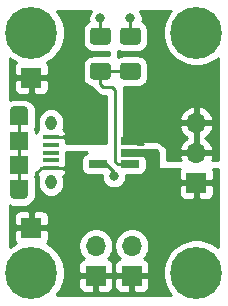
<source format=gbr>
%TF.GenerationSoftware,KiCad,Pcbnew,(5.1.8)-1*%
%TF.CreationDate,2021-01-16T14:03:11-05:00*%
%TF.ProjectId,electronics-li-ion-charger,656c6563-7472-46f6-9e69-63732d6c692d,rev?*%
%TF.SameCoordinates,Original*%
%TF.FileFunction,Copper,L1,Top*%
%TF.FilePolarity,Positive*%
%FSLAX46Y46*%
G04 Gerber Fmt 4.6, Leading zero omitted, Abs format (unit mm)*
G04 Created by KiCad (PCBNEW (5.1.8)-1) date 2021-01-16 14:03:11*
%MOMM*%
%LPD*%
G01*
G04 APERTURE LIST*
%TA.AperFunction,ComponentPad*%
%ADD10C,4.400000*%
%TD*%
%TA.AperFunction,SMDPad,CuDef*%
%ADD11R,1.560000X0.650000*%
%TD*%
%TA.AperFunction,ComponentPad*%
%ADD12O,1.700000X1.700000*%
%TD*%
%TA.AperFunction,ComponentPad*%
%ADD13R,1.700000X1.700000*%
%TD*%
%TA.AperFunction,ComponentPad*%
%ADD14O,1.550000X0.890000*%
%TD*%
%TA.AperFunction,SMDPad,CuDef*%
%ADD15R,1.550000X1.200000*%
%TD*%
%TA.AperFunction,SMDPad,CuDef*%
%ADD16R,1.550000X1.500000*%
%TD*%
%TA.AperFunction,ComponentPad*%
%ADD17O,0.950000X1.250000*%
%TD*%
%TA.AperFunction,SMDPad,CuDef*%
%ADD18R,1.350000X0.400000*%
%TD*%
%TA.AperFunction,ViaPad*%
%ADD19C,0.800000*%
%TD*%
%TA.AperFunction,Conductor*%
%ADD20C,0.250000*%
%TD*%
%TA.AperFunction,Conductor*%
%ADD21C,0.254000*%
%TD*%
%TA.AperFunction,Conductor*%
%ADD22C,0.100000*%
%TD*%
G04 APERTURE END LIST*
D10*
%TO.P,M2,1*%
%TO.N,N/C*%
X143510000Y-91440000D03*
%TD*%
%TO.P,M4,1*%
%TO.N,N/C*%
X143510000Y-111760000D03*
%TD*%
%TO.P,M3,1*%
%TO.N,N/C*%
X129540000Y-111760000D03*
%TD*%
%TO.P,M1,1*%
%TO.N,N/C*%
X129540000Y-91440000D03*
%TD*%
D11*
%TO.P,U1,5*%
%TO.N,PROG*%
X135175000Y-102550000D03*
%TO.P,U1,4*%
%TO.N,+5V*%
X135175000Y-100650000D03*
%TO.P,U1,3*%
%TO.N,/VBAT*%
X137875000Y-100650000D03*
%TO.P,U1,2*%
%TO.N,GND*%
X137875000Y-101600000D03*
%TO.P,U1,1*%
%TO.N,STAT*%
X137875000Y-102550000D03*
%TD*%
D12*
%TO.P,JP2,2*%
%TO.N,Net-(JP2-Pad2)*%
X135001000Y-109474000D03*
D13*
%TO.P,JP2,1*%
%TO.N,GND*%
X135001000Y-112014000D03*
%TD*%
D12*
%TO.P,JP1,2*%
%TO.N,Net-(JP1-Pad2)*%
X138049000Y-109474000D03*
D13*
%TO.P,JP1,1*%
%TO.N,GND*%
X138049000Y-112014000D03*
%TD*%
D12*
%TO.P,J4,3*%
%TO.N,/VBAT*%
X143510000Y-99060000D03*
%TO.P,J4,2*%
X143510000Y-101600000D03*
D13*
%TO.P,J4,1*%
%TO.N,GND*%
X143510000Y-104140000D03*
%TD*%
D14*
%TO.P,J3,6*%
%TO.N,Net-(J3-Pad6)*%
X128494000Y-105100000D03*
X128494000Y-98100000D03*
D15*
X128494000Y-104500000D03*
X128494000Y-98700000D03*
D16*
X128494000Y-102600000D03*
X128494000Y-100600000D03*
D17*
X131194000Y-104100000D03*
X131194000Y-99100000D03*
D18*
%TO.P,J3,5*%
%TO.N,GND*%
X131194000Y-102900000D03*
%TO.P,J3,4*%
%TO.N,Net-(J3-Pad4)*%
X131194000Y-102250000D03*
%TO.P,J3,3*%
%TO.N,Net-(J3-Pad3)*%
X131194000Y-101600000D03*
%TO.P,J3,2*%
%TO.N,Net-(J3-Pad2)*%
X131194000Y-100950000D03*
%TO.P,J3,1*%
%TO.N,+5V*%
X131194000Y-100300000D03*
%TD*%
D13*
%TO.P,J2,1*%
%TO.N,GND*%
X129540000Y-107950000D03*
%TD*%
%TO.P,J1,1*%
%TO.N,+5V*%
X129540000Y-95250000D03*
%TD*%
%TO.P,D3,2*%
%TO.N,STAT*%
%TA.AperFunction,SMDPad,CuDef*%
G36*
G01*
X137297000Y-93993000D02*
X138547000Y-93993000D01*
G75*
G02*
X138797000Y-94243000I0J-250000D01*
G01*
X138797000Y-95168000D01*
G75*
G02*
X138547000Y-95418000I-250000J0D01*
G01*
X137297000Y-95418000D01*
G75*
G02*
X137047000Y-95168000I0J250000D01*
G01*
X137047000Y-94243000D01*
G75*
G02*
X137297000Y-93993000I250000J0D01*
G01*
G37*
%TD.AperFunction*%
%TO.P,D3,1*%
%TO.N,Net-(D3-Pad1)*%
%TA.AperFunction,SMDPad,CuDef*%
G36*
G01*
X137297000Y-91018000D02*
X138547000Y-91018000D01*
G75*
G02*
X138797000Y-91268000I0J-250000D01*
G01*
X138797000Y-92193000D01*
G75*
G02*
X138547000Y-92443000I-250000J0D01*
G01*
X137297000Y-92443000D01*
G75*
G02*
X137047000Y-92193000I0J250000D01*
G01*
X137047000Y-91268000D01*
G75*
G02*
X137297000Y-91018000I250000J0D01*
G01*
G37*
%TD.AperFunction*%
%TD*%
%TO.P,D2,2*%
%TO.N,Net-(D2-Pad2)*%
%TA.AperFunction,SMDPad,CuDef*%
G36*
G01*
X136007000Y-92443000D02*
X134757000Y-92443000D01*
G75*
G02*
X134507000Y-92193000I0J250000D01*
G01*
X134507000Y-91268000D01*
G75*
G02*
X134757000Y-91018000I250000J0D01*
G01*
X136007000Y-91018000D01*
G75*
G02*
X136257000Y-91268000I0J-250000D01*
G01*
X136257000Y-92193000D01*
G75*
G02*
X136007000Y-92443000I-250000J0D01*
G01*
G37*
%TD.AperFunction*%
%TO.P,D2,1*%
%TO.N,STAT*%
%TA.AperFunction,SMDPad,CuDef*%
G36*
G01*
X136007000Y-95418000D02*
X134757000Y-95418000D01*
G75*
G02*
X134507000Y-95168000I0J250000D01*
G01*
X134507000Y-94243000D01*
G75*
G02*
X134757000Y-93993000I250000J0D01*
G01*
X136007000Y-93993000D01*
G75*
G02*
X136257000Y-94243000I0J-250000D01*
G01*
X136257000Y-95168000D01*
G75*
G02*
X136007000Y-95418000I-250000J0D01*
G01*
G37*
%TD.AperFunction*%
%TD*%
D19*
%TO.N,GND*%
X139776200Y-102044500D03*
%TO.N,+5V*%
X135382000Y-99161600D03*
%TO.N,PROG*%
X136525000Y-103593900D03*
%TO.N,/VBAT*%
X138188700Y-99161600D03*
%TO.N,Net-(D2-Pad2)*%
X135382000Y-90220800D03*
%TO.N,Net-(D3-Pad1)*%
X137922000Y-90220800D03*
%TD*%
D20*
%TO.N,GND*%
X137875000Y-101600000D02*
X139395200Y-101600000D01*
X131194000Y-102900000D02*
X130373600Y-102900000D01*
X130373600Y-102900000D02*
X129971800Y-103301800D01*
X131194000Y-102900000D02*
X132558000Y-102900000D01*
X137875000Y-101600000D02*
X138633200Y-101600000D01*
X137875000Y-101600000D02*
X138366500Y-101600000D01*
X138366500Y-101600000D02*
X138569700Y-101396800D01*
X138569700Y-101396800D02*
X140081000Y-101396800D01*
X140081000Y-101396800D02*
X140246100Y-101561900D01*
X137875000Y-101600000D02*
X138404600Y-101600000D01*
X138404600Y-101600000D02*
X138607800Y-101803200D01*
X138607800Y-101803200D02*
X139115800Y-101803200D01*
%TO.N,+5V*%
X131194000Y-100300000D02*
X132608800Y-100300000D01*
%TO.N,STAT*%
X137922000Y-94705500D02*
X135382000Y-94705500D01*
X136845000Y-102550000D02*
X137875000Y-102550000D01*
X136652000Y-102357000D02*
X136845000Y-102550000D01*
X136652000Y-96266000D02*
X136652000Y-102357000D01*
X136398000Y-96012000D02*
X136652000Y-96266000D01*
X135636000Y-96012000D02*
X136398000Y-96012000D01*
X135382000Y-95758000D02*
X135636000Y-96012000D01*
X135382000Y-94705500D02*
X135382000Y-95758000D01*
%TO.N,Net-(J3-Pad6)*%
X128494000Y-98700000D02*
X128494000Y-104500000D01*
%TO.N,PROG*%
X135175000Y-102550000D02*
X135860556Y-102550000D01*
X135873545Y-102550000D02*
X135175000Y-102550000D01*
X136525000Y-103201455D02*
X135873545Y-102550000D01*
X136525000Y-103593900D02*
X136525000Y-103201455D01*
%TO.N,/VBAT*%
X137875000Y-99475300D02*
X138188700Y-99161600D01*
X137875000Y-100650000D02*
X137875000Y-99475300D01*
X137875000Y-100650000D02*
X138343600Y-100650000D01*
X138343600Y-100650000D02*
X138544300Y-100850700D01*
X138544300Y-100850700D02*
X138988800Y-100850700D01*
%TO.N,Net-(D2-Pad2)*%
X135382000Y-91730500D02*
X135382000Y-90220800D01*
%TO.N,Net-(D3-Pad1)*%
X137922000Y-91730500D02*
X137922000Y-90144600D01*
%TD*%
D21*
%TO.N,GND*%
X140258811Y-102884378D02*
X140261579Y-102909120D01*
X140269120Y-102932847D01*
X140281145Y-102954647D01*
X140297192Y-102973681D01*
X140316644Y-102989220D01*
X140338754Y-103000665D01*
X140362672Y-103007576D01*
X140385535Y-103009700D01*
X142087909Y-103013246D01*
X142070498Y-103045820D01*
X142034188Y-103165518D01*
X142021928Y-103290000D01*
X142025000Y-103854250D01*
X142183750Y-104013000D01*
X143383000Y-104013000D01*
X143383000Y-103993000D01*
X143637000Y-103993000D01*
X143637000Y-104013000D01*
X144836250Y-104013000D01*
X144995000Y-103854250D01*
X144998072Y-103290000D01*
X144985812Y-103165518D01*
X144949502Y-103045820D01*
X144935261Y-103019178D01*
X145365001Y-103020074D01*
X145365001Y-109605706D01*
X145317207Y-109557912D01*
X144852876Y-109247656D01*
X144336939Y-109033948D01*
X143789223Y-108925000D01*
X143230777Y-108925000D01*
X142683061Y-109033948D01*
X142167124Y-109247656D01*
X141702793Y-109557912D01*
X141307912Y-109952793D01*
X140997656Y-110417124D01*
X140783948Y-110933061D01*
X140675000Y-111480777D01*
X140675000Y-112039223D01*
X140783948Y-112586939D01*
X140997656Y-113102876D01*
X141307912Y-113567207D01*
X141355705Y-113615000D01*
X131694295Y-113615000D01*
X131742088Y-113567207D01*
X132052344Y-113102876D01*
X132151289Y-112864000D01*
X133512928Y-112864000D01*
X133525188Y-112988482D01*
X133561498Y-113108180D01*
X133620463Y-113218494D01*
X133699815Y-113315185D01*
X133796506Y-113394537D01*
X133906820Y-113453502D01*
X134026518Y-113489812D01*
X134151000Y-113502072D01*
X134715250Y-113499000D01*
X134874000Y-113340250D01*
X134874000Y-112141000D01*
X135128000Y-112141000D01*
X135128000Y-113340250D01*
X135286750Y-113499000D01*
X135851000Y-113502072D01*
X135975482Y-113489812D01*
X136095180Y-113453502D01*
X136205494Y-113394537D01*
X136302185Y-113315185D01*
X136381537Y-113218494D01*
X136440502Y-113108180D01*
X136476812Y-112988482D01*
X136489072Y-112864000D01*
X136560928Y-112864000D01*
X136573188Y-112988482D01*
X136609498Y-113108180D01*
X136668463Y-113218494D01*
X136747815Y-113315185D01*
X136844506Y-113394537D01*
X136954820Y-113453502D01*
X137074518Y-113489812D01*
X137199000Y-113502072D01*
X137763250Y-113499000D01*
X137922000Y-113340250D01*
X137922000Y-112141000D01*
X138176000Y-112141000D01*
X138176000Y-113340250D01*
X138334750Y-113499000D01*
X138899000Y-113502072D01*
X139023482Y-113489812D01*
X139143180Y-113453502D01*
X139253494Y-113394537D01*
X139350185Y-113315185D01*
X139429537Y-113218494D01*
X139488502Y-113108180D01*
X139524812Y-112988482D01*
X139537072Y-112864000D01*
X139534000Y-112299750D01*
X139375250Y-112141000D01*
X138176000Y-112141000D01*
X137922000Y-112141000D01*
X136722750Y-112141000D01*
X136564000Y-112299750D01*
X136560928Y-112864000D01*
X136489072Y-112864000D01*
X136486000Y-112299750D01*
X136327250Y-112141000D01*
X135128000Y-112141000D01*
X134874000Y-112141000D01*
X133674750Y-112141000D01*
X133516000Y-112299750D01*
X133512928Y-112864000D01*
X132151289Y-112864000D01*
X132266052Y-112586939D01*
X132375000Y-112039223D01*
X132375000Y-111480777D01*
X132311989Y-111164000D01*
X133512928Y-111164000D01*
X133516000Y-111728250D01*
X133674750Y-111887000D01*
X134874000Y-111887000D01*
X134874000Y-111867000D01*
X135128000Y-111867000D01*
X135128000Y-111887000D01*
X136327250Y-111887000D01*
X136486000Y-111728250D01*
X136489072Y-111164000D01*
X136560928Y-111164000D01*
X136564000Y-111728250D01*
X136722750Y-111887000D01*
X137922000Y-111887000D01*
X137922000Y-111867000D01*
X138176000Y-111867000D01*
X138176000Y-111887000D01*
X139375250Y-111887000D01*
X139534000Y-111728250D01*
X139537072Y-111164000D01*
X139524812Y-111039518D01*
X139488502Y-110919820D01*
X139429537Y-110809506D01*
X139350185Y-110712815D01*
X139253494Y-110633463D01*
X139143180Y-110574498D01*
X139070620Y-110552487D01*
X139202475Y-110420632D01*
X139364990Y-110177411D01*
X139476932Y-109907158D01*
X139534000Y-109620260D01*
X139534000Y-109327740D01*
X139476932Y-109040842D01*
X139364990Y-108770589D01*
X139202475Y-108527368D01*
X138995632Y-108320525D01*
X138752411Y-108158010D01*
X138482158Y-108046068D01*
X138195260Y-107989000D01*
X137902740Y-107989000D01*
X137615842Y-108046068D01*
X137345589Y-108158010D01*
X137102368Y-108320525D01*
X136895525Y-108527368D01*
X136733010Y-108770589D01*
X136621068Y-109040842D01*
X136564000Y-109327740D01*
X136564000Y-109620260D01*
X136621068Y-109907158D01*
X136733010Y-110177411D01*
X136895525Y-110420632D01*
X137027380Y-110552487D01*
X136954820Y-110574498D01*
X136844506Y-110633463D01*
X136747815Y-110712815D01*
X136668463Y-110809506D01*
X136609498Y-110919820D01*
X136573188Y-111039518D01*
X136560928Y-111164000D01*
X136489072Y-111164000D01*
X136476812Y-111039518D01*
X136440502Y-110919820D01*
X136381537Y-110809506D01*
X136302185Y-110712815D01*
X136205494Y-110633463D01*
X136095180Y-110574498D01*
X136022620Y-110552487D01*
X136154475Y-110420632D01*
X136316990Y-110177411D01*
X136428932Y-109907158D01*
X136486000Y-109620260D01*
X136486000Y-109327740D01*
X136428932Y-109040842D01*
X136316990Y-108770589D01*
X136154475Y-108527368D01*
X135947632Y-108320525D01*
X135704411Y-108158010D01*
X135434158Y-108046068D01*
X135147260Y-107989000D01*
X134854740Y-107989000D01*
X134567842Y-108046068D01*
X134297589Y-108158010D01*
X134054368Y-108320525D01*
X133847525Y-108527368D01*
X133685010Y-108770589D01*
X133573068Y-109040842D01*
X133516000Y-109327740D01*
X133516000Y-109620260D01*
X133573068Y-109907158D01*
X133685010Y-110177411D01*
X133847525Y-110420632D01*
X133979380Y-110552487D01*
X133906820Y-110574498D01*
X133796506Y-110633463D01*
X133699815Y-110712815D01*
X133620463Y-110809506D01*
X133561498Y-110919820D01*
X133525188Y-111039518D01*
X133512928Y-111164000D01*
X132311989Y-111164000D01*
X132266052Y-110933061D01*
X132052344Y-110417124D01*
X131742088Y-109952793D01*
X131347207Y-109557912D01*
X130882876Y-109247656D01*
X130853923Y-109235663D01*
X130920537Y-109154494D01*
X130979502Y-109044180D01*
X131015812Y-108924482D01*
X131028072Y-108800000D01*
X131025000Y-108235750D01*
X130866250Y-108077000D01*
X129667000Y-108077000D01*
X129667000Y-108097000D01*
X129413000Y-108097000D01*
X129413000Y-108077000D01*
X128213750Y-108077000D01*
X128055000Y-108235750D01*
X128051928Y-108800000D01*
X128064188Y-108924482D01*
X128100498Y-109044180D01*
X128159463Y-109154494D01*
X128226077Y-109235663D01*
X128197124Y-109247656D01*
X127732793Y-109557912D01*
X127685000Y-109605705D01*
X127685000Y-107100000D01*
X128051928Y-107100000D01*
X128055000Y-107664250D01*
X128213750Y-107823000D01*
X129413000Y-107823000D01*
X129413000Y-106623750D01*
X129667000Y-106623750D01*
X129667000Y-107823000D01*
X130866250Y-107823000D01*
X131025000Y-107664250D01*
X131028072Y-107100000D01*
X131015812Y-106975518D01*
X130979502Y-106855820D01*
X130920537Y-106745506D01*
X130841185Y-106648815D01*
X130744494Y-106569463D01*
X130634180Y-106510498D01*
X130514482Y-106474188D01*
X130390000Y-106461928D01*
X129825750Y-106465000D01*
X129667000Y-106623750D01*
X129413000Y-106623750D01*
X129254250Y-106465000D01*
X128690000Y-106461928D01*
X128565518Y-106474188D01*
X128445820Y-106510498D01*
X128335506Y-106569463D01*
X128238815Y-106648815D01*
X128159463Y-106745506D01*
X128100498Y-106855820D01*
X128064188Y-106975518D01*
X128051928Y-107100000D01*
X127685000Y-107100000D01*
X127685000Y-106068568D01*
X127748702Y-106102617D01*
X127952283Y-106164373D01*
X128110949Y-106180000D01*
X128877051Y-106180000D01*
X129035717Y-106164373D01*
X129239298Y-106102617D01*
X129426919Y-106002332D01*
X129591370Y-105867370D01*
X129726332Y-105702919D01*
X129826617Y-105515298D01*
X129888373Y-105311717D01*
X129909225Y-105100000D01*
X129907072Y-105078140D01*
X129907072Y-103900000D01*
X129894812Y-103775518D01*
X129858502Y-103655820D01*
X129842028Y-103625000D01*
X129858502Y-103594180D01*
X129894812Y-103474482D01*
X129907072Y-103350000D01*
X129907072Y-103271286D01*
X129933479Y-103353576D01*
X129994200Y-103462933D01*
X130075088Y-103558343D01*
X130137761Y-103608122D01*
X130100062Y-103732402D01*
X130084000Y-103895479D01*
X130084000Y-104304520D01*
X130100062Y-104467597D01*
X130163532Y-104676833D01*
X130266604Y-104869666D01*
X130405314Y-105038686D01*
X130574334Y-105177396D01*
X130767166Y-105280468D01*
X130976402Y-105343938D01*
X131194000Y-105365370D01*
X131411597Y-105343938D01*
X131620833Y-105280468D01*
X131813666Y-105177396D01*
X131982686Y-105038686D01*
X132022641Y-104990000D01*
X142021928Y-104990000D01*
X142034188Y-105114482D01*
X142070498Y-105234180D01*
X142129463Y-105344494D01*
X142208815Y-105441185D01*
X142305506Y-105520537D01*
X142415820Y-105579502D01*
X142535518Y-105615812D01*
X142660000Y-105628072D01*
X143224250Y-105625000D01*
X143383000Y-105466250D01*
X143383000Y-104267000D01*
X143637000Y-104267000D01*
X143637000Y-105466250D01*
X143795750Y-105625000D01*
X144360000Y-105628072D01*
X144484482Y-105615812D01*
X144604180Y-105579502D01*
X144714494Y-105520537D01*
X144811185Y-105441185D01*
X144890537Y-105344494D01*
X144949502Y-105234180D01*
X144985812Y-105114482D01*
X144998072Y-104990000D01*
X144995000Y-104425750D01*
X144836250Y-104267000D01*
X143637000Y-104267000D01*
X143383000Y-104267000D01*
X142183750Y-104267000D01*
X142025000Y-104425750D01*
X142021928Y-104990000D01*
X132022641Y-104990000D01*
X132121396Y-104869666D01*
X132224468Y-104676834D01*
X132287938Y-104467598D01*
X132304000Y-104304521D01*
X132304000Y-103895480D01*
X132287938Y-103732403D01*
X132250238Y-103608122D01*
X132312912Y-103558343D01*
X132393800Y-103462933D01*
X132454521Y-103353576D01*
X132492741Y-103234474D01*
X132504000Y-103131750D01*
X132345250Y-102973000D01*
X132232678Y-102973000D01*
X132320185Y-102901185D01*
X132399537Y-102804494D01*
X132436032Y-102736218D01*
X132504000Y-102668250D01*
X132494012Y-102577120D01*
X132494812Y-102574482D01*
X132507072Y-102450000D01*
X132507072Y-102050000D01*
X132494812Y-101925518D01*
X132494655Y-101925000D01*
X132494812Y-101924482D01*
X132507072Y-101800000D01*
X132507072Y-101575415D01*
X134181761Y-101573888D01*
X134267841Y-101600000D01*
X134150820Y-101635498D01*
X134040506Y-101694463D01*
X133943815Y-101773815D01*
X133864463Y-101870506D01*
X133805498Y-101980820D01*
X133769188Y-102100518D01*
X133756928Y-102225000D01*
X133756928Y-102875000D01*
X133769188Y-102999482D01*
X133805498Y-103119180D01*
X133864463Y-103229494D01*
X133943815Y-103326185D01*
X134040506Y-103405537D01*
X134150820Y-103464502D01*
X134270518Y-103500812D01*
X134395000Y-103513072D01*
X135490000Y-103513072D01*
X135490000Y-103695839D01*
X135529774Y-103895798D01*
X135607795Y-104084156D01*
X135721063Y-104253674D01*
X135865226Y-104397837D01*
X136034744Y-104511105D01*
X136223102Y-104589126D01*
X136423061Y-104628900D01*
X136626939Y-104628900D01*
X136826898Y-104589126D01*
X137015256Y-104511105D01*
X137184774Y-104397837D01*
X137328937Y-104253674D01*
X137442205Y-104084156D01*
X137520226Y-103895798D01*
X137560000Y-103695839D01*
X137560000Y-103513072D01*
X138655000Y-103513072D01*
X138779482Y-103500812D01*
X138899180Y-103464502D01*
X139009494Y-103405537D01*
X139106185Y-103326185D01*
X139185537Y-103229494D01*
X139244502Y-103119180D01*
X139280812Y-102999482D01*
X139293072Y-102875000D01*
X139293072Y-102225000D01*
X139280812Y-102100518D01*
X139244502Y-101980820D01*
X139185537Y-101870506D01*
X139106185Y-101773815D01*
X139009494Y-101694463D01*
X138899180Y-101635498D01*
X138817432Y-101610700D01*
X139026133Y-101610700D01*
X139137786Y-101599703D01*
X139238083Y-101569279D01*
X140241419Y-101568364D01*
X140258811Y-102884378D01*
%TA.AperFunction,Conductor*%
D22*
G36*
X140258811Y-102884378D02*
G01*
X140261579Y-102909120D01*
X140269120Y-102932847D01*
X140281145Y-102954647D01*
X140297192Y-102973681D01*
X140316644Y-102989220D01*
X140338754Y-103000665D01*
X140362672Y-103007576D01*
X140385535Y-103009700D01*
X142087909Y-103013246D01*
X142070498Y-103045820D01*
X142034188Y-103165518D01*
X142021928Y-103290000D01*
X142025000Y-103854250D01*
X142183750Y-104013000D01*
X143383000Y-104013000D01*
X143383000Y-103993000D01*
X143637000Y-103993000D01*
X143637000Y-104013000D01*
X144836250Y-104013000D01*
X144995000Y-103854250D01*
X144998072Y-103290000D01*
X144985812Y-103165518D01*
X144949502Y-103045820D01*
X144935261Y-103019178D01*
X145365001Y-103020074D01*
X145365001Y-109605706D01*
X145317207Y-109557912D01*
X144852876Y-109247656D01*
X144336939Y-109033948D01*
X143789223Y-108925000D01*
X143230777Y-108925000D01*
X142683061Y-109033948D01*
X142167124Y-109247656D01*
X141702793Y-109557912D01*
X141307912Y-109952793D01*
X140997656Y-110417124D01*
X140783948Y-110933061D01*
X140675000Y-111480777D01*
X140675000Y-112039223D01*
X140783948Y-112586939D01*
X140997656Y-113102876D01*
X141307912Y-113567207D01*
X141355705Y-113615000D01*
X131694295Y-113615000D01*
X131742088Y-113567207D01*
X132052344Y-113102876D01*
X132151289Y-112864000D01*
X133512928Y-112864000D01*
X133525188Y-112988482D01*
X133561498Y-113108180D01*
X133620463Y-113218494D01*
X133699815Y-113315185D01*
X133796506Y-113394537D01*
X133906820Y-113453502D01*
X134026518Y-113489812D01*
X134151000Y-113502072D01*
X134715250Y-113499000D01*
X134874000Y-113340250D01*
X134874000Y-112141000D01*
X135128000Y-112141000D01*
X135128000Y-113340250D01*
X135286750Y-113499000D01*
X135851000Y-113502072D01*
X135975482Y-113489812D01*
X136095180Y-113453502D01*
X136205494Y-113394537D01*
X136302185Y-113315185D01*
X136381537Y-113218494D01*
X136440502Y-113108180D01*
X136476812Y-112988482D01*
X136489072Y-112864000D01*
X136560928Y-112864000D01*
X136573188Y-112988482D01*
X136609498Y-113108180D01*
X136668463Y-113218494D01*
X136747815Y-113315185D01*
X136844506Y-113394537D01*
X136954820Y-113453502D01*
X137074518Y-113489812D01*
X137199000Y-113502072D01*
X137763250Y-113499000D01*
X137922000Y-113340250D01*
X137922000Y-112141000D01*
X138176000Y-112141000D01*
X138176000Y-113340250D01*
X138334750Y-113499000D01*
X138899000Y-113502072D01*
X139023482Y-113489812D01*
X139143180Y-113453502D01*
X139253494Y-113394537D01*
X139350185Y-113315185D01*
X139429537Y-113218494D01*
X139488502Y-113108180D01*
X139524812Y-112988482D01*
X139537072Y-112864000D01*
X139534000Y-112299750D01*
X139375250Y-112141000D01*
X138176000Y-112141000D01*
X137922000Y-112141000D01*
X136722750Y-112141000D01*
X136564000Y-112299750D01*
X136560928Y-112864000D01*
X136489072Y-112864000D01*
X136486000Y-112299750D01*
X136327250Y-112141000D01*
X135128000Y-112141000D01*
X134874000Y-112141000D01*
X133674750Y-112141000D01*
X133516000Y-112299750D01*
X133512928Y-112864000D01*
X132151289Y-112864000D01*
X132266052Y-112586939D01*
X132375000Y-112039223D01*
X132375000Y-111480777D01*
X132311989Y-111164000D01*
X133512928Y-111164000D01*
X133516000Y-111728250D01*
X133674750Y-111887000D01*
X134874000Y-111887000D01*
X134874000Y-111867000D01*
X135128000Y-111867000D01*
X135128000Y-111887000D01*
X136327250Y-111887000D01*
X136486000Y-111728250D01*
X136489072Y-111164000D01*
X136560928Y-111164000D01*
X136564000Y-111728250D01*
X136722750Y-111887000D01*
X137922000Y-111887000D01*
X137922000Y-111867000D01*
X138176000Y-111867000D01*
X138176000Y-111887000D01*
X139375250Y-111887000D01*
X139534000Y-111728250D01*
X139537072Y-111164000D01*
X139524812Y-111039518D01*
X139488502Y-110919820D01*
X139429537Y-110809506D01*
X139350185Y-110712815D01*
X139253494Y-110633463D01*
X139143180Y-110574498D01*
X139070620Y-110552487D01*
X139202475Y-110420632D01*
X139364990Y-110177411D01*
X139476932Y-109907158D01*
X139534000Y-109620260D01*
X139534000Y-109327740D01*
X139476932Y-109040842D01*
X139364990Y-108770589D01*
X139202475Y-108527368D01*
X138995632Y-108320525D01*
X138752411Y-108158010D01*
X138482158Y-108046068D01*
X138195260Y-107989000D01*
X137902740Y-107989000D01*
X137615842Y-108046068D01*
X137345589Y-108158010D01*
X137102368Y-108320525D01*
X136895525Y-108527368D01*
X136733010Y-108770589D01*
X136621068Y-109040842D01*
X136564000Y-109327740D01*
X136564000Y-109620260D01*
X136621068Y-109907158D01*
X136733010Y-110177411D01*
X136895525Y-110420632D01*
X137027380Y-110552487D01*
X136954820Y-110574498D01*
X136844506Y-110633463D01*
X136747815Y-110712815D01*
X136668463Y-110809506D01*
X136609498Y-110919820D01*
X136573188Y-111039518D01*
X136560928Y-111164000D01*
X136489072Y-111164000D01*
X136476812Y-111039518D01*
X136440502Y-110919820D01*
X136381537Y-110809506D01*
X136302185Y-110712815D01*
X136205494Y-110633463D01*
X136095180Y-110574498D01*
X136022620Y-110552487D01*
X136154475Y-110420632D01*
X136316990Y-110177411D01*
X136428932Y-109907158D01*
X136486000Y-109620260D01*
X136486000Y-109327740D01*
X136428932Y-109040842D01*
X136316990Y-108770589D01*
X136154475Y-108527368D01*
X135947632Y-108320525D01*
X135704411Y-108158010D01*
X135434158Y-108046068D01*
X135147260Y-107989000D01*
X134854740Y-107989000D01*
X134567842Y-108046068D01*
X134297589Y-108158010D01*
X134054368Y-108320525D01*
X133847525Y-108527368D01*
X133685010Y-108770589D01*
X133573068Y-109040842D01*
X133516000Y-109327740D01*
X133516000Y-109620260D01*
X133573068Y-109907158D01*
X133685010Y-110177411D01*
X133847525Y-110420632D01*
X133979380Y-110552487D01*
X133906820Y-110574498D01*
X133796506Y-110633463D01*
X133699815Y-110712815D01*
X133620463Y-110809506D01*
X133561498Y-110919820D01*
X133525188Y-111039518D01*
X133512928Y-111164000D01*
X132311989Y-111164000D01*
X132266052Y-110933061D01*
X132052344Y-110417124D01*
X131742088Y-109952793D01*
X131347207Y-109557912D01*
X130882876Y-109247656D01*
X130853923Y-109235663D01*
X130920537Y-109154494D01*
X130979502Y-109044180D01*
X131015812Y-108924482D01*
X131028072Y-108800000D01*
X131025000Y-108235750D01*
X130866250Y-108077000D01*
X129667000Y-108077000D01*
X129667000Y-108097000D01*
X129413000Y-108097000D01*
X129413000Y-108077000D01*
X128213750Y-108077000D01*
X128055000Y-108235750D01*
X128051928Y-108800000D01*
X128064188Y-108924482D01*
X128100498Y-109044180D01*
X128159463Y-109154494D01*
X128226077Y-109235663D01*
X128197124Y-109247656D01*
X127732793Y-109557912D01*
X127685000Y-109605705D01*
X127685000Y-107100000D01*
X128051928Y-107100000D01*
X128055000Y-107664250D01*
X128213750Y-107823000D01*
X129413000Y-107823000D01*
X129413000Y-106623750D01*
X129667000Y-106623750D01*
X129667000Y-107823000D01*
X130866250Y-107823000D01*
X131025000Y-107664250D01*
X131028072Y-107100000D01*
X131015812Y-106975518D01*
X130979502Y-106855820D01*
X130920537Y-106745506D01*
X130841185Y-106648815D01*
X130744494Y-106569463D01*
X130634180Y-106510498D01*
X130514482Y-106474188D01*
X130390000Y-106461928D01*
X129825750Y-106465000D01*
X129667000Y-106623750D01*
X129413000Y-106623750D01*
X129254250Y-106465000D01*
X128690000Y-106461928D01*
X128565518Y-106474188D01*
X128445820Y-106510498D01*
X128335506Y-106569463D01*
X128238815Y-106648815D01*
X128159463Y-106745506D01*
X128100498Y-106855820D01*
X128064188Y-106975518D01*
X128051928Y-107100000D01*
X127685000Y-107100000D01*
X127685000Y-106068568D01*
X127748702Y-106102617D01*
X127952283Y-106164373D01*
X128110949Y-106180000D01*
X128877051Y-106180000D01*
X129035717Y-106164373D01*
X129239298Y-106102617D01*
X129426919Y-106002332D01*
X129591370Y-105867370D01*
X129726332Y-105702919D01*
X129826617Y-105515298D01*
X129888373Y-105311717D01*
X129909225Y-105100000D01*
X129907072Y-105078140D01*
X129907072Y-103900000D01*
X129894812Y-103775518D01*
X129858502Y-103655820D01*
X129842028Y-103625000D01*
X129858502Y-103594180D01*
X129894812Y-103474482D01*
X129907072Y-103350000D01*
X129907072Y-103271286D01*
X129933479Y-103353576D01*
X129994200Y-103462933D01*
X130075088Y-103558343D01*
X130137761Y-103608122D01*
X130100062Y-103732402D01*
X130084000Y-103895479D01*
X130084000Y-104304520D01*
X130100062Y-104467597D01*
X130163532Y-104676833D01*
X130266604Y-104869666D01*
X130405314Y-105038686D01*
X130574334Y-105177396D01*
X130767166Y-105280468D01*
X130976402Y-105343938D01*
X131194000Y-105365370D01*
X131411597Y-105343938D01*
X131620833Y-105280468D01*
X131813666Y-105177396D01*
X131982686Y-105038686D01*
X132022641Y-104990000D01*
X142021928Y-104990000D01*
X142034188Y-105114482D01*
X142070498Y-105234180D01*
X142129463Y-105344494D01*
X142208815Y-105441185D01*
X142305506Y-105520537D01*
X142415820Y-105579502D01*
X142535518Y-105615812D01*
X142660000Y-105628072D01*
X143224250Y-105625000D01*
X143383000Y-105466250D01*
X143383000Y-104267000D01*
X143637000Y-104267000D01*
X143637000Y-105466250D01*
X143795750Y-105625000D01*
X144360000Y-105628072D01*
X144484482Y-105615812D01*
X144604180Y-105579502D01*
X144714494Y-105520537D01*
X144811185Y-105441185D01*
X144890537Y-105344494D01*
X144949502Y-105234180D01*
X144985812Y-105114482D01*
X144998072Y-104990000D01*
X144995000Y-104425750D01*
X144836250Y-104267000D01*
X143637000Y-104267000D01*
X143383000Y-104267000D01*
X142183750Y-104267000D01*
X142025000Y-104425750D01*
X142021928Y-104990000D01*
X132022641Y-104990000D01*
X132121396Y-104869666D01*
X132224468Y-104676834D01*
X132287938Y-104467598D01*
X132304000Y-104304521D01*
X132304000Y-103895480D01*
X132287938Y-103732403D01*
X132250238Y-103608122D01*
X132312912Y-103558343D01*
X132393800Y-103462933D01*
X132454521Y-103353576D01*
X132492741Y-103234474D01*
X132504000Y-103131750D01*
X132345250Y-102973000D01*
X132232678Y-102973000D01*
X132320185Y-102901185D01*
X132399537Y-102804494D01*
X132436032Y-102736218D01*
X132504000Y-102668250D01*
X132494012Y-102577120D01*
X132494812Y-102574482D01*
X132507072Y-102450000D01*
X132507072Y-102050000D01*
X132494812Y-101925518D01*
X132494655Y-101925000D01*
X132494812Y-101924482D01*
X132507072Y-101800000D01*
X132507072Y-101575415D01*
X134181761Y-101573888D01*
X134267841Y-101600000D01*
X134150820Y-101635498D01*
X134040506Y-101694463D01*
X133943815Y-101773815D01*
X133864463Y-101870506D01*
X133805498Y-101980820D01*
X133769188Y-102100518D01*
X133756928Y-102225000D01*
X133756928Y-102875000D01*
X133769188Y-102999482D01*
X133805498Y-103119180D01*
X133864463Y-103229494D01*
X133943815Y-103326185D01*
X134040506Y-103405537D01*
X134150820Y-103464502D01*
X134270518Y-103500812D01*
X134395000Y-103513072D01*
X135490000Y-103513072D01*
X135490000Y-103695839D01*
X135529774Y-103895798D01*
X135607795Y-104084156D01*
X135721063Y-104253674D01*
X135865226Y-104397837D01*
X136034744Y-104511105D01*
X136223102Y-104589126D01*
X136423061Y-104628900D01*
X136626939Y-104628900D01*
X136826898Y-104589126D01*
X137015256Y-104511105D01*
X137184774Y-104397837D01*
X137328937Y-104253674D01*
X137442205Y-104084156D01*
X137520226Y-103895798D01*
X137560000Y-103695839D01*
X137560000Y-103513072D01*
X138655000Y-103513072D01*
X138779482Y-103500812D01*
X138899180Y-103464502D01*
X139009494Y-103405537D01*
X139106185Y-103326185D01*
X139185537Y-103229494D01*
X139244502Y-103119180D01*
X139280812Y-102999482D01*
X139293072Y-102875000D01*
X139293072Y-102225000D01*
X139280812Y-102100518D01*
X139244502Y-101980820D01*
X139185537Y-101870506D01*
X139106185Y-101773815D01*
X139009494Y-101694463D01*
X138899180Y-101635498D01*
X138817432Y-101610700D01*
X139026133Y-101610700D01*
X139137786Y-101599703D01*
X139238083Y-101569279D01*
X140241419Y-101568364D01*
X140258811Y-102884378D01*
G37*
%TD.AperFunction*%
%TD*%
D21*
%TO.N,+5V*%
X134464795Y-89730544D02*
X134386774Y-89918902D01*
X134347000Y-90118861D01*
X134347000Y-90322739D01*
X134376178Y-90469428D01*
X134263614Y-90529595D01*
X134129038Y-90640038D01*
X134018595Y-90774614D01*
X133936528Y-90928150D01*
X133885992Y-91094746D01*
X133868928Y-91268000D01*
X133868928Y-92193000D01*
X133885992Y-92366254D01*
X133936528Y-92532850D01*
X134018595Y-92686386D01*
X134129038Y-92820962D01*
X134263614Y-92931405D01*
X134417150Y-93013472D01*
X134583746Y-93064008D01*
X134757000Y-93081072D01*
X136007000Y-93081072D01*
X136114811Y-93070454D01*
X136115384Y-93365603D01*
X136007000Y-93354928D01*
X134757000Y-93354928D01*
X134583746Y-93371992D01*
X134417150Y-93422528D01*
X134263614Y-93504595D01*
X134129038Y-93615038D01*
X134018595Y-93749614D01*
X133936528Y-93903150D01*
X133885992Y-94069746D01*
X133868928Y-94243000D01*
X133868928Y-95168000D01*
X133885992Y-95341254D01*
X133936528Y-95507850D01*
X134018595Y-95661386D01*
X134129038Y-95795962D01*
X134263614Y-95906405D01*
X134417150Y-95988472D01*
X134583746Y-96039008D01*
X134675795Y-96048074D01*
X134676454Y-96050246D01*
X134747026Y-96182276D01*
X134818201Y-96269002D01*
X134842000Y-96298001D01*
X134870998Y-96321799D01*
X135072196Y-96522997D01*
X135095999Y-96552001D01*
X135211724Y-96646974D01*
X135343753Y-96717546D01*
X135487014Y-96761003D01*
X135598667Y-96772000D01*
X135598676Y-96772000D01*
X135635999Y-96775676D01*
X135673322Y-96772000D01*
X135892000Y-96772000D01*
X135892001Y-100810329D01*
X132507072Y-100813414D01*
X132507072Y-100750000D01*
X132494812Y-100625518D01*
X132494012Y-100622880D01*
X132504000Y-100531750D01*
X132436032Y-100463782D01*
X132399537Y-100395506D01*
X132320185Y-100298815D01*
X132232678Y-100227000D01*
X132345250Y-100227000D01*
X132504000Y-100068250D01*
X132492741Y-99965526D01*
X132454521Y-99846424D01*
X132393800Y-99737067D01*
X132312912Y-99641657D01*
X132250239Y-99591878D01*
X132287938Y-99467598D01*
X132304000Y-99304521D01*
X132304000Y-98895480D01*
X132287938Y-98732403D01*
X132224468Y-98523167D01*
X132121396Y-98330334D01*
X131982686Y-98161314D01*
X131813666Y-98022604D01*
X131620834Y-97919532D01*
X131411598Y-97856062D01*
X131194000Y-97834630D01*
X130976403Y-97856062D01*
X130767167Y-97919532D01*
X130574335Y-98022604D01*
X130405315Y-98161314D01*
X130266604Y-98330334D01*
X130163532Y-98523166D01*
X130100062Y-98732402D01*
X130084000Y-98895479D01*
X130084000Y-99304520D01*
X130100062Y-99467597D01*
X130137762Y-99591878D01*
X130075088Y-99641657D01*
X129994200Y-99737067D01*
X129933479Y-99846424D01*
X129907072Y-99928714D01*
X129907072Y-99850000D01*
X129894812Y-99725518D01*
X129858502Y-99605820D01*
X129842028Y-99575000D01*
X129858502Y-99544180D01*
X129894812Y-99424482D01*
X129907072Y-99300000D01*
X129907072Y-98121860D01*
X129909225Y-98100000D01*
X129888373Y-97888283D01*
X129826617Y-97684702D01*
X129726332Y-97497081D01*
X129591370Y-97332630D01*
X129426919Y-97197668D01*
X129239298Y-97097383D01*
X129035717Y-97035627D01*
X128877051Y-97020000D01*
X128110949Y-97020000D01*
X127952283Y-97035627D01*
X127748702Y-97097383D01*
X127685000Y-97131432D01*
X127685000Y-96100000D01*
X128051928Y-96100000D01*
X128064188Y-96224482D01*
X128100498Y-96344180D01*
X128159463Y-96454494D01*
X128238815Y-96551185D01*
X128335506Y-96630537D01*
X128445820Y-96689502D01*
X128565518Y-96725812D01*
X128690000Y-96738072D01*
X129254250Y-96735000D01*
X129413000Y-96576250D01*
X129413000Y-95377000D01*
X129667000Y-95377000D01*
X129667000Y-96576250D01*
X129825750Y-96735000D01*
X130390000Y-96738072D01*
X130514482Y-96725812D01*
X130634180Y-96689502D01*
X130744494Y-96630537D01*
X130841185Y-96551185D01*
X130920537Y-96454494D01*
X130979502Y-96344180D01*
X131015812Y-96224482D01*
X131028072Y-96100000D01*
X131025000Y-95535750D01*
X130866250Y-95377000D01*
X129667000Y-95377000D01*
X129413000Y-95377000D01*
X128213750Y-95377000D01*
X128055000Y-95535750D01*
X128051928Y-96100000D01*
X127685000Y-96100000D01*
X127685000Y-93594295D01*
X127732793Y-93642088D01*
X128197124Y-93952344D01*
X128226077Y-93964337D01*
X128159463Y-94045506D01*
X128100498Y-94155820D01*
X128064188Y-94275518D01*
X128051928Y-94400000D01*
X128055000Y-94964250D01*
X128213750Y-95123000D01*
X129413000Y-95123000D01*
X129413000Y-95103000D01*
X129667000Y-95103000D01*
X129667000Y-95123000D01*
X130866250Y-95123000D01*
X131025000Y-94964250D01*
X131028072Y-94400000D01*
X131015812Y-94275518D01*
X130979502Y-94155820D01*
X130920537Y-94045506D01*
X130853923Y-93964337D01*
X130882876Y-93952344D01*
X131347207Y-93642088D01*
X131742088Y-93247207D01*
X132052344Y-92782876D01*
X132266052Y-92266939D01*
X132375000Y-91719223D01*
X132375000Y-91160777D01*
X132266052Y-90613061D01*
X132052344Y-90097124D01*
X131742088Y-89632793D01*
X131694295Y-89585000D01*
X134562044Y-89585000D01*
X134464795Y-89730544D01*
%TA.AperFunction,Conductor*%
D22*
G36*
X134464795Y-89730544D02*
G01*
X134386774Y-89918902D01*
X134347000Y-90118861D01*
X134347000Y-90322739D01*
X134376178Y-90469428D01*
X134263614Y-90529595D01*
X134129038Y-90640038D01*
X134018595Y-90774614D01*
X133936528Y-90928150D01*
X133885992Y-91094746D01*
X133868928Y-91268000D01*
X133868928Y-92193000D01*
X133885992Y-92366254D01*
X133936528Y-92532850D01*
X134018595Y-92686386D01*
X134129038Y-92820962D01*
X134263614Y-92931405D01*
X134417150Y-93013472D01*
X134583746Y-93064008D01*
X134757000Y-93081072D01*
X136007000Y-93081072D01*
X136114811Y-93070454D01*
X136115384Y-93365603D01*
X136007000Y-93354928D01*
X134757000Y-93354928D01*
X134583746Y-93371992D01*
X134417150Y-93422528D01*
X134263614Y-93504595D01*
X134129038Y-93615038D01*
X134018595Y-93749614D01*
X133936528Y-93903150D01*
X133885992Y-94069746D01*
X133868928Y-94243000D01*
X133868928Y-95168000D01*
X133885992Y-95341254D01*
X133936528Y-95507850D01*
X134018595Y-95661386D01*
X134129038Y-95795962D01*
X134263614Y-95906405D01*
X134417150Y-95988472D01*
X134583746Y-96039008D01*
X134675795Y-96048074D01*
X134676454Y-96050246D01*
X134747026Y-96182276D01*
X134818201Y-96269002D01*
X134842000Y-96298001D01*
X134870998Y-96321799D01*
X135072196Y-96522997D01*
X135095999Y-96552001D01*
X135211724Y-96646974D01*
X135343753Y-96717546D01*
X135487014Y-96761003D01*
X135598667Y-96772000D01*
X135598676Y-96772000D01*
X135635999Y-96775676D01*
X135673322Y-96772000D01*
X135892000Y-96772000D01*
X135892001Y-100810329D01*
X132507072Y-100813414D01*
X132507072Y-100750000D01*
X132494812Y-100625518D01*
X132494012Y-100622880D01*
X132504000Y-100531750D01*
X132436032Y-100463782D01*
X132399537Y-100395506D01*
X132320185Y-100298815D01*
X132232678Y-100227000D01*
X132345250Y-100227000D01*
X132504000Y-100068250D01*
X132492741Y-99965526D01*
X132454521Y-99846424D01*
X132393800Y-99737067D01*
X132312912Y-99641657D01*
X132250239Y-99591878D01*
X132287938Y-99467598D01*
X132304000Y-99304521D01*
X132304000Y-98895480D01*
X132287938Y-98732403D01*
X132224468Y-98523167D01*
X132121396Y-98330334D01*
X131982686Y-98161314D01*
X131813666Y-98022604D01*
X131620834Y-97919532D01*
X131411598Y-97856062D01*
X131194000Y-97834630D01*
X130976403Y-97856062D01*
X130767167Y-97919532D01*
X130574335Y-98022604D01*
X130405315Y-98161314D01*
X130266604Y-98330334D01*
X130163532Y-98523166D01*
X130100062Y-98732402D01*
X130084000Y-98895479D01*
X130084000Y-99304520D01*
X130100062Y-99467597D01*
X130137762Y-99591878D01*
X130075088Y-99641657D01*
X129994200Y-99737067D01*
X129933479Y-99846424D01*
X129907072Y-99928714D01*
X129907072Y-99850000D01*
X129894812Y-99725518D01*
X129858502Y-99605820D01*
X129842028Y-99575000D01*
X129858502Y-99544180D01*
X129894812Y-99424482D01*
X129907072Y-99300000D01*
X129907072Y-98121860D01*
X129909225Y-98100000D01*
X129888373Y-97888283D01*
X129826617Y-97684702D01*
X129726332Y-97497081D01*
X129591370Y-97332630D01*
X129426919Y-97197668D01*
X129239298Y-97097383D01*
X129035717Y-97035627D01*
X128877051Y-97020000D01*
X128110949Y-97020000D01*
X127952283Y-97035627D01*
X127748702Y-97097383D01*
X127685000Y-97131432D01*
X127685000Y-96100000D01*
X128051928Y-96100000D01*
X128064188Y-96224482D01*
X128100498Y-96344180D01*
X128159463Y-96454494D01*
X128238815Y-96551185D01*
X128335506Y-96630537D01*
X128445820Y-96689502D01*
X128565518Y-96725812D01*
X128690000Y-96738072D01*
X129254250Y-96735000D01*
X129413000Y-96576250D01*
X129413000Y-95377000D01*
X129667000Y-95377000D01*
X129667000Y-96576250D01*
X129825750Y-96735000D01*
X130390000Y-96738072D01*
X130514482Y-96725812D01*
X130634180Y-96689502D01*
X130744494Y-96630537D01*
X130841185Y-96551185D01*
X130920537Y-96454494D01*
X130979502Y-96344180D01*
X131015812Y-96224482D01*
X131028072Y-96100000D01*
X131025000Y-95535750D01*
X130866250Y-95377000D01*
X129667000Y-95377000D01*
X129413000Y-95377000D01*
X128213750Y-95377000D01*
X128055000Y-95535750D01*
X128051928Y-96100000D01*
X127685000Y-96100000D01*
X127685000Y-93594295D01*
X127732793Y-93642088D01*
X128197124Y-93952344D01*
X128226077Y-93964337D01*
X128159463Y-94045506D01*
X128100498Y-94155820D01*
X128064188Y-94275518D01*
X128051928Y-94400000D01*
X128055000Y-94964250D01*
X128213750Y-95123000D01*
X129413000Y-95123000D01*
X129413000Y-95103000D01*
X129667000Y-95103000D01*
X129667000Y-95123000D01*
X130866250Y-95123000D01*
X131025000Y-94964250D01*
X131028072Y-94400000D01*
X131015812Y-94275518D01*
X130979502Y-94155820D01*
X130920537Y-94045506D01*
X130853923Y-93964337D01*
X130882876Y-93952344D01*
X131347207Y-93642088D01*
X131742088Y-93247207D01*
X132052344Y-92782876D01*
X132266052Y-92266939D01*
X132375000Y-91719223D01*
X132375000Y-91160777D01*
X132266052Y-90613061D01*
X132052344Y-90097124D01*
X131742088Y-89632793D01*
X131694295Y-89585000D01*
X134562044Y-89585000D01*
X134464795Y-89730544D01*
G37*
%TD.AperFunction*%
%TD*%
D21*
%TO.N,/VBAT*%
X141307912Y-89632793D02*
X140997656Y-90097124D01*
X140783948Y-90613061D01*
X140675000Y-91160777D01*
X140675000Y-91719223D01*
X140783948Y-92266939D01*
X140997656Y-92782876D01*
X141307912Y-93247207D01*
X141702793Y-93642088D01*
X142167124Y-93952344D01*
X142683061Y-94166052D01*
X143230777Y-94275000D01*
X143789223Y-94275000D01*
X144336939Y-94166052D01*
X144852876Y-93952344D01*
X145317207Y-93642088D01*
X145365000Y-93594295D01*
X145365001Y-102258072D01*
X144834013Y-102256965D01*
X144906825Y-102104099D01*
X144951476Y-101956890D01*
X144830155Y-101727000D01*
X143637000Y-101727000D01*
X143637000Y-101747000D01*
X143383000Y-101747000D01*
X143383000Y-101727000D01*
X142189845Y-101727000D01*
X142068524Y-101956890D01*
X142113175Y-102104099D01*
X142183356Y-102251443D01*
X141012481Y-102249004D01*
X141004155Y-101618977D01*
X141009776Y-101561900D01*
X141002412Y-101487130D01*
X141001695Y-101432859D01*
X140989435Y-101316800D01*
X140953192Y-101197711D01*
X140894411Y-101087982D01*
X140815353Y-100991828D01*
X140719056Y-100912945D01*
X140626620Y-100863645D01*
X140621001Y-100856799D01*
X140505276Y-100761826D01*
X140373247Y-100691254D01*
X140229986Y-100647797D01*
X140118333Y-100636800D01*
X140118322Y-100636800D01*
X140081000Y-100633124D01*
X140043678Y-100636800D01*
X138607022Y-100636800D01*
X138569699Y-100633124D01*
X138532376Y-100636800D01*
X138532367Y-100636800D01*
X138531067Y-100636928D01*
X137412000Y-100636928D01*
X137412000Y-99416890D01*
X142068524Y-99416890D01*
X142113175Y-99564099D01*
X142238359Y-99826920D01*
X142412412Y-100060269D01*
X142628645Y-100255178D01*
X142754255Y-100330000D01*
X142628645Y-100404822D01*
X142412412Y-100599731D01*
X142238359Y-100833080D01*
X142113175Y-101095901D01*
X142068524Y-101243110D01*
X142189845Y-101473000D01*
X143383000Y-101473000D01*
X143383000Y-99187000D01*
X143637000Y-99187000D01*
X143637000Y-101473000D01*
X144830155Y-101473000D01*
X144951476Y-101243110D01*
X144906825Y-101095901D01*
X144781641Y-100833080D01*
X144607588Y-100599731D01*
X144391355Y-100404822D01*
X144265745Y-100330000D01*
X144391355Y-100255178D01*
X144607588Y-100060269D01*
X144781641Y-99826920D01*
X144906825Y-99564099D01*
X144951476Y-99416890D01*
X144830155Y-99187000D01*
X143637000Y-99187000D01*
X143383000Y-99187000D01*
X142189845Y-99187000D01*
X142068524Y-99416890D01*
X137412000Y-99416890D01*
X137412000Y-98703110D01*
X142068524Y-98703110D01*
X142189845Y-98933000D01*
X143383000Y-98933000D01*
X143383000Y-97739186D01*
X143637000Y-97739186D01*
X143637000Y-98933000D01*
X144830155Y-98933000D01*
X144951476Y-98703110D01*
X144906825Y-98555901D01*
X144781641Y-98293080D01*
X144607588Y-98059731D01*
X144391355Y-97864822D01*
X144141252Y-97715843D01*
X143866891Y-97618519D01*
X143637000Y-97739186D01*
X143383000Y-97739186D01*
X143153109Y-97618519D01*
X142878748Y-97715843D01*
X142628645Y-97864822D01*
X142412412Y-98059731D01*
X142238359Y-98293080D01*
X142113175Y-98555901D01*
X142068524Y-98703110D01*
X137412000Y-98703110D01*
X137412000Y-96303322D01*
X137415676Y-96265999D01*
X137412000Y-96228676D01*
X137412000Y-96228667D01*
X137401003Y-96117014D01*
X137382517Y-96056072D01*
X138547000Y-96056072D01*
X138720254Y-96039008D01*
X138886850Y-95988472D01*
X139040386Y-95906405D01*
X139174962Y-95795962D01*
X139285405Y-95661386D01*
X139367472Y-95507850D01*
X139418008Y-95341254D01*
X139435072Y-95168000D01*
X139435072Y-94243000D01*
X139418008Y-94069746D01*
X139367472Y-93903150D01*
X139285405Y-93749614D01*
X139174962Y-93615038D01*
X139040386Y-93504595D01*
X138886850Y-93422528D01*
X138720254Y-93371992D01*
X138547000Y-93354928D01*
X137297000Y-93354928D01*
X137123746Y-93371992D01*
X136957150Y-93422528D01*
X136877579Y-93465060D01*
X136876619Y-92970427D01*
X136957150Y-93013472D01*
X137123746Y-93064008D01*
X137297000Y-93081072D01*
X138547000Y-93081072D01*
X138720254Y-93064008D01*
X138886850Y-93013472D01*
X139040386Y-92931405D01*
X139174962Y-92820962D01*
X139285405Y-92686386D01*
X139367472Y-92532850D01*
X139418008Y-92366254D01*
X139435072Y-92193000D01*
X139435072Y-91268000D01*
X139418008Y-91094746D01*
X139367472Y-90928150D01*
X139285405Y-90774614D01*
X139174962Y-90640038D01*
X139040386Y-90529595D01*
X138927822Y-90469428D01*
X138957000Y-90322739D01*
X138957000Y-90118861D01*
X138917226Y-89918902D01*
X138839205Y-89730544D01*
X138741956Y-89585000D01*
X141355705Y-89585000D01*
X141307912Y-89632793D01*
%TA.AperFunction,Conductor*%
D22*
G36*
X141307912Y-89632793D02*
G01*
X140997656Y-90097124D01*
X140783948Y-90613061D01*
X140675000Y-91160777D01*
X140675000Y-91719223D01*
X140783948Y-92266939D01*
X140997656Y-92782876D01*
X141307912Y-93247207D01*
X141702793Y-93642088D01*
X142167124Y-93952344D01*
X142683061Y-94166052D01*
X143230777Y-94275000D01*
X143789223Y-94275000D01*
X144336939Y-94166052D01*
X144852876Y-93952344D01*
X145317207Y-93642088D01*
X145365000Y-93594295D01*
X145365001Y-102258072D01*
X144834013Y-102256965D01*
X144906825Y-102104099D01*
X144951476Y-101956890D01*
X144830155Y-101727000D01*
X143637000Y-101727000D01*
X143637000Y-101747000D01*
X143383000Y-101747000D01*
X143383000Y-101727000D01*
X142189845Y-101727000D01*
X142068524Y-101956890D01*
X142113175Y-102104099D01*
X142183356Y-102251443D01*
X141012481Y-102249004D01*
X141004155Y-101618977D01*
X141009776Y-101561900D01*
X141002412Y-101487130D01*
X141001695Y-101432859D01*
X140989435Y-101316800D01*
X140953192Y-101197711D01*
X140894411Y-101087982D01*
X140815353Y-100991828D01*
X140719056Y-100912945D01*
X140626620Y-100863645D01*
X140621001Y-100856799D01*
X140505276Y-100761826D01*
X140373247Y-100691254D01*
X140229986Y-100647797D01*
X140118333Y-100636800D01*
X140118322Y-100636800D01*
X140081000Y-100633124D01*
X140043678Y-100636800D01*
X138607022Y-100636800D01*
X138569699Y-100633124D01*
X138532376Y-100636800D01*
X138532367Y-100636800D01*
X138531067Y-100636928D01*
X137412000Y-100636928D01*
X137412000Y-99416890D01*
X142068524Y-99416890D01*
X142113175Y-99564099D01*
X142238359Y-99826920D01*
X142412412Y-100060269D01*
X142628645Y-100255178D01*
X142754255Y-100330000D01*
X142628645Y-100404822D01*
X142412412Y-100599731D01*
X142238359Y-100833080D01*
X142113175Y-101095901D01*
X142068524Y-101243110D01*
X142189845Y-101473000D01*
X143383000Y-101473000D01*
X143383000Y-99187000D01*
X143637000Y-99187000D01*
X143637000Y-101473000D01*
X144830155Y-101473000D01*
X144951476Y-101243110D01*
X144906825Y-101095901D01*
X144781641Y-100833080D01*
X144607588Y-100599731D01*
X144391355Y-100404822D01*
X144265745Y-100330000D01*
X144391355Y-100255178D01*
X144607588Y-100060269D01*
X144781641Y-99826920D01*
X144906825Y-99564099D01*
X144951476Y-99416890D01*
X144830155Y-99187000D01*
X143637000Y-99187000D01*
X143383000Y-99187000D01*
X142189845Y-99187000D01*
X142068524Y-99416890D01*
X137412000Y-99416890D01*
X137412000Y-98703110D01*
X142068524Y-98703110D01*
X142189845Y-98933000D01*
X143383000Y-98933000D01*
X143383000Y-97739186D01*
X143637000Y-97739186D01*
X143637000Y-98933000D01*
X144830155Y-98933000D01*
X144951476Y-98703110D01*
X144906825Y-98555901D01*
X144781641Y-98293080D01*
X144607588Y-98059731D01*
X144391355Y-97864822D01*
X144141252Y-97715843D01*
X143866891Y-97618519D01*
X143637000Y-97739186D01*
X143383000Y-97739186D01*
X143153109Y-97618519D01*
X142878748Y-97715843D01*
X142628645Y-97864822D01*
X142412412Y-98059731D01*
X142238359Y-98293080D01*
X142113175Y-98555901D01*
X142068524Y-98703110D01*
X137412000Y-98703110D01*
X137412000Y-96303322D01*
X137415676Y-96265999D01*
X137412000Y-96228676D01*
X137412000Y-96228667D01*
X137401003Y-96117014D01*
X137382517Y-96056072D01*
X138547000Y-96056072D01*
X138720254Y-96039008D01*
X138886850Y-95988472D01*
X139040386Y-95906405D01*
X139174962Y-95795962D01*
X139285405Y-95661386D01*
X139367472Y-95507850D01*
X139418008Y-95341254D01*
X139435072Y-95168000D01*
X139435072Y-94243000D01*
X139418008Y-94069746D01*
X139367472Y-93903150D01*
X139285405Y-93749614D01*
X139174962Y-93615038D01*
X139040386Y-93504595D01*
X138886850Y-93422528D01*
X138720254Y-93371992D01*
X138547000Y-93354928D01*
X137297000Y-93354928D01*
X137123746Y-93371992D01*
X136957150Y-93422528D01*
X136877579Y-93465060D01*
X136876619Y-92970427D01*
X136957150Y-93013472D01*
X137123746Y-93064008D01*
X137297000Y-93081072D01*
X138547000Y-93081072D01*
X138720254Y-93064008D01*
X138886850Y-93013472D01*
X139040386Y-92931405D01*
X139174962Y-92820962D01*
X139285405Y-92686386D01*
X139367472Y-92532850D01*
X139418008Y-92366254D01*
X139435072Y-92193000D01*
X139435072Y-91268000D01*
X139418008Y-91094746D01*
X139367472Y-90928150D01*
X139285405Y-90774614D01*
X139174962Y-90640038D01*
X139040386Y-90529595D01*
X138927822Y-90469428D01*
X138957000Y-90322739D01*
X138957000Y-90118861D01*
X138917226Y-89918902D01*
X138839205Y-89730544D01*
X138741956Y-89585000D01*
X141355705Y-89585000D01*
X141307912Y-89632793D01*
G37*
%TD.AperFunction*%
%TD*%
M02*

</source>
